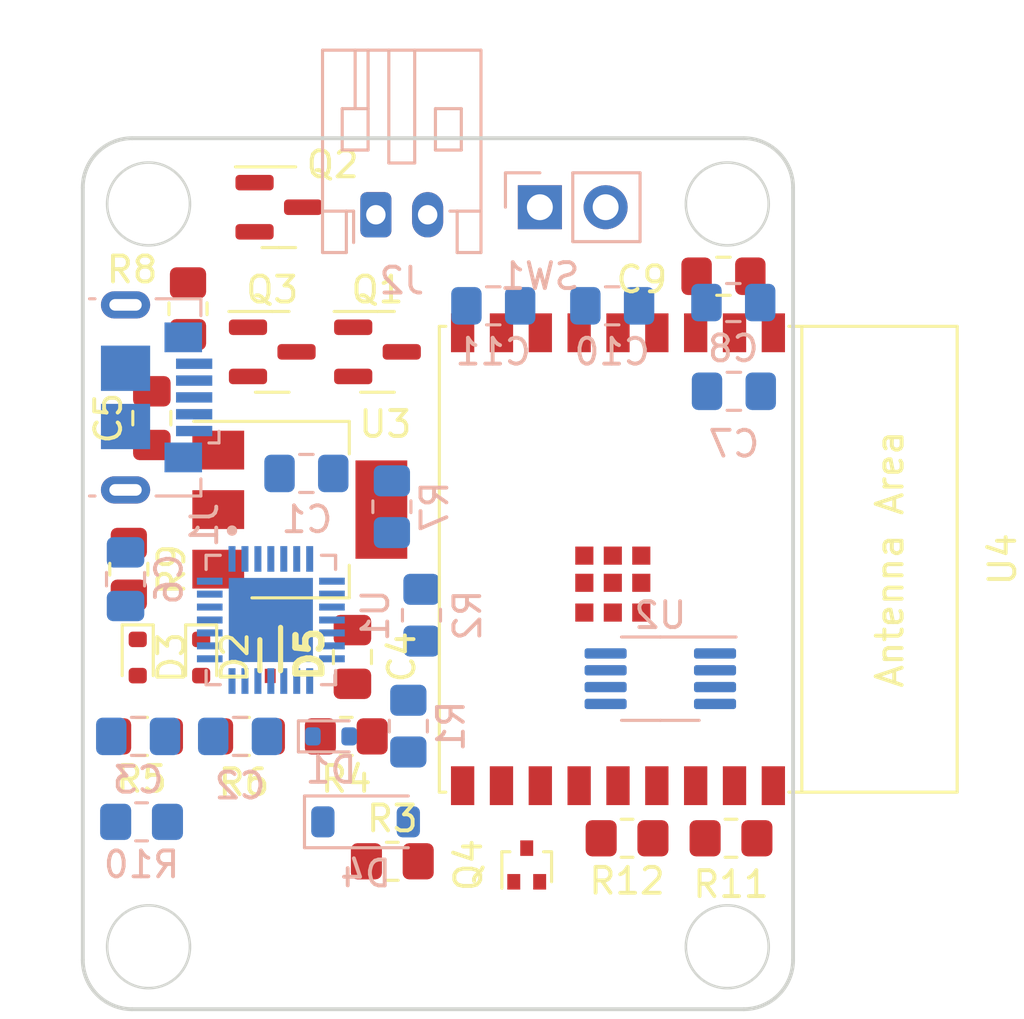
<source format=kicad_pcb>
(kicad_pcb (version 20221018) (generator pcbnew)
  (layers (0 "F.Cu" signal) (31 "B.Cu" signal) (34 "B.Paste" user) (35 "F.Paste" user) (36 "B.SilkS" user "B.Silkscreen") (37 "F.SilkS" user "F.Silkscreen") (38 "B.Mask" user) (39 "F.Mask" user) (44 "Edge.Cuts" user))
  (net 0 "")
  (net 1 "Net-(D1-A)")
  (net 2 "GND")
  (net 3 "Net-(U1-GPIO.1{slash}RXT)")
  (net 4 "Net-(U1-GPIO.0{slash}TXT)")
  (net 5 "VReg_In")
  (net 6 "Net-(U1-VDD)")
  (net 7 "+3V3")
  (net 8 "Net-(Q3-C)")
  (net 9 "Net-(D2-A)")
  (net 10 "Net-(D3-A)")
  (net 11 "+5V")
  (net 14 "VBatt")
  (net 15 "TempIC_Power")
  (net 16 "Net-(Q1-S)")
  (net 17 "Net-(Q2-B)")
  (net 18 "Net-(Q2-E)")
  (net 19 "Net-(Q2-C)")
  (net 20 "Net-(Q3-B)")
  (net 21 "Net-(Q3-E)")
  (net 22 "Net-(U1-~{RST})")
  (net 23 "Net-(U4-GPIO18{slash}USB_D-)")
  (net 24 "Net-(U4-GPIO19{slash}USB_D+)")
  (net 25 "Net-(U1-~{SUSPEND})")
  (net 26 "Net-(U4-GPIO8)")
  (net 45 "SDA")
  (net 46 "SCL")
  (footprint "Package_TO_SOT_SMD:SOT-23" (layer "F.Cu") (at 173.5605 65.405)
    (fp_text reference "Q3" (at 0 -2.4) (layer "F.SilkS"))
    (fp_text value "BC818")
    (fp_line (start 0 -1.56) (end -1.675 -1.56) (stroke (width 0.12)) (layer "F.SilkS"))
    (fp_line (start 0 -1.56) (end 0.65 -1.56) (stroke (width 0.12)) (layer "F.SilkS"))
    (fp_line (start 0 1.56) (end -0.65 1.56) (stroke (width 0.12)) (layer "F.SilkS"))
    (fp_line (start 0 1.56) (end 0.65 1.56) (stroke (width 0.12)) (layer "F.SilkS"))
    (pad "1" smd roundrect (at -0.9375 -0.95) (size 1.475 0.6) (layers "F.Cu" "F.Paste" "F.Mask") (net 20 "Net-(Q3-B)"))
    (pad "2" smd roundrect (at -0.9375 0.95) (size 1.475 0.6) (layers "F.Cu" "F.Paste" "F.Mask") (net 21 "Net-(Q3-E)"))
    (pad "3" smd roundrect (at 0.9375 0) (size 1.475 0.6) (layers "F.Cu" "F.Paste" "F.Mask") (net 8 "Net-(Q3-C)"))
  )
  (footprint "Resistor_SMD:R_0805_2012Metric_Pad1.20x1.40mm_HandSolder" (layer "F.Cu") (at 168.513 80.264 180)
    (fp_text reference "R5" (at 0 -1.65) (layer "F.SilkS"))
    (fp_text value "0")
    (fp_line (start -0.227064 -0.735) (end 0.227064 -0.735) (stroke (width 0.12)) (layer "F.SilkS"))
    (fp_line (start -0.227064 0.735) (end 0.227064 0.735) (stroke (width 0.12)) (layer "F.SilkS"))
    (pad "1" smd roundrect (at -1 0 180) (size 1.2 1.4) (layers "F.Cu" "F.Paste" "F.Mask") (roundrect_rratio 0.208333) (net 9 "Net-(D2-A)"))
    (pad "2" smd roundrect (at 1 0 180) (size 1.2 1.4) (layers "F.Cu" "F.Paste" "F.Mask") (roundrect_rratio 0.208333) (net 4 "Net-(U1-GPIO.0{slash}TXT)"))
  )
  (footprint "Resistor_SMD:R_0805_2012Metric_Pad1.20x1.40mm_HandSolder" (layer "F.Cu") (at 170.307 63.738 -90)
    (fp_text reference "R8" (at -1.508 2.159 -180) (layer "F.SilkS"))
    (fp_text value "10k")
    (fp_line (start -0.227064 -0.735) (end 0.227064 -0.735) (stroke (width 0.12)) (layer "F.SilkS"))
    (fp_line (start -0.227064 0.735) (end 0.227064 0.735) (stroke (width 0.12)) (layer "F.SilkS"))
    (pad "1" smd roundrect (at -1 0 270) (size 1.2 1.4) (layers "F.Cu" "F.Paste" "F.Mask") (roundrect_rratio 0.208333) (net 17 "Net-(Q2-B)"))
    (pad "2" smd roundrect (at 1 0 270) (size 1.2 1.4) (layers "F.Cu" "F.Paste" "F.Mask") (roundrect_rratio 0.208333) (net 21 "Net-(Q3-E)"))
  )
  (footprint "Capacitor_SMD:C_0805_2012Metric_Pad1.18x1.45mm_HandSolder" (layer "F.Cu") (at 190.9865 62.484 180)
    (fp_text reference "C9" (at 3.1535 -0.127) (layer "F.SilkS"))
    (fp_text value "1 uF")
    (fp_line (start -0.261252 -0.735) (end 0.261252 -0.735) (stroke (width 0.12)) (layer "F.SilkS"))
    (fp_line (start -0.261252 0.735) (end 0.261252 0.735) (stroke (width 0.12)) (layer "F.SilkS"))
    (pad "1" smd roundrect (at -1.0375 0 180) (size 1.175 1.45) (layers "F.Cu" "F.Paste" "F.Mask") (roundrect_rratio 0.212766) (net 8 "Net-(Q3-C)"))
    (pad "2" smd roundrect (at 1.0375 0 180) (size 1.175 1.45) (layers "F.Cu" "F.Paste" "F.Mask") (roundrect_rratio 0.212766) (net 2 "GND"))
  )
  (footprint "Resistor_SMD:R_0805_2012Metric_Pad1.20x1.40mm_HandSolder" (layer "F.Cu") (at 187.263 84.201 180)
    (fp_text reference "R12" (at 0 -1.65) (layer "F.SilkS"))
    (fp_text value "10k")
    (fp_line (start -0.227064 -0.735) (end 0.227064 -0.735) (stroke (width 0.12)) (layer "F.SilkS"))
    (fp_line (start -0.227064 0.735) (end 0.227064 0.735) (stroke (width 0.12)) (layer "F.SilkS"))
    (pad "1" smd roundrect (at -1 0 180) (size 1.2 1.4) (layers "F.Cu" "F.Paste" "F.Mask") (roundrect_rratio 0.208333) (net 26 "Net-(U4-GPIO8)"))
    (pad "2" smd roundrect (at 1 0 180) (size 1.2 1.4) (layers "F.Cu" "F.Paste" "F.Mask") (roundrect_rratio 0.208333) (net 7 "+3V3"))
  )
  (footprint "Package_TO_SOT_SMD:SOT-416" (layer "F.Cu") (at 183.388 85.232 90)
    (fp_text reference "Q4" (at 0 -2.25 90) (layer "F.SilkS"))
    (fp_text value "NTA4151PT1G")
    (fp_line (start 0.51 -0.96) (end -0.9 -0.96) (stroke (width 0.12)) (layer "F.SilkS"))
    (fp_line (start 0.51 -0.96) (end 0.51 -0.65) (stroke (width 0.12)) (layer "F.SilkS"))
    (fp_line (start 0.51 0.96) (end -0.65 0.96) (stroke (width 0.12)) (layer "F.SilkS"))
    (fp_line (start 0.51 0.96) (end 0.51 0.65) (stroke (width 0.12)) (layer "F.SilkS"))
    (pad "1" smd rect (at -0.65 -0.5 90) (size 0.6 0.5) (layers "F.Cu" "F.Paste" "F.Mask") (net 11 "+5V"))
    (pad "2" smd rect (at -0.65 0.5 90) (size 0.6 0.5) (layers "F.Cu" "F.Paste" "F.Mask") (net 5 "VReg_In"))
    (pad "3" smd rect (at 0.65 0 90) (size 0.6 0.5) (layers "F.Cu" "F.Paste" "F.Mask") (net 14 "VBatt"))
  )
  (footprint "Resistor_SMD:R_0805_2012Metric_Pad1.20x1.40mm_HandSolder" (layer "F.Cu") (at 176.419 80.264 180)
    (fp_text reference "R4" (at 0 -1.65) (layer "F.SilkS"))
    (fp_text value "0")
    (fp_line (start -0.227064 -0.735) (end 0.227064 -0.735) (stroke (width 0.12)) (layer "F.SilkS"))
    (fp_line (start -0.227064 0.735) (end 0.227064 0.735) (stroke (width 0.12)) (layer "F.SilkS"))
    (pad "1" smd roundrect (at -1 0 180) (size 1.2 1.4) (layers "F.Cu" "F.Paste" "F.Mask") (roundrect_rratio 0.208333) (net 10 "Net-(D3-A)"))
    (pad "2" smd roundrect (at 1 0 180) (size 1.2 1.4) (layers "F.Cu" "F.Paste" "F.Mask") (roundrect_rratio 0.208333) (net 3 "Net-(U1-GPIO.1{slash}RXT)"))
  )
  (footprint "Resistor_SMD:R_0805_2012Metric_Pad1.20x1.40mm_HandSolder" (layer "F.Cu") (at 191.278 84.201)
    (fp_text reference "R11" (at 0 1.778) (layer "F.SilkS"))
    (fp_text value "10k")
    (fp_line (start -0.227064 -0.735) (end 0.227064 -0.735) (stroke (width 0.12)) (layer "F.SilkS"))
    (fp_line (start -0.227064 0.735) (end 0.227064 0.735) (stroke (width 0.12)) (layer "F.SilkS"))
    (pad "1" smd roundrect (at -1 0) (size 1.2 1.4) (layers "F.Cu" "F.Paste" "F.Mask") (roundrect_rratio 0.208333) (net 7 "+3V3"))
    (pad "2" smd roundrect (at 1 0) (size 1.2 1.4) (layers "F.Cu" "F.Paste" "F.Mask") (roundrect_rratio 0.208333) (net 8 "Net-(Q3-C)"))
  )
  (footprint "Resistor_SMD:R_0805_2012Metric_Pad1.20x1.40mm_HandSolder" (layer "F.Cu") (at 168.021 73.803 90)
    (fp_text reference "R9" (at -0.016 1.651 90) (layer "F.SilkS"))
    (fp_text value "10k")
    (fp_line (start -0.227064 -0.735) (end 0.227064 -0.735) (stroke (width 0.12)) (layer "F.SilkS"))
    (fp_line (start -0.227064 0.735) (end 0.227064 0.735) (stroke (width 0.12)) (layer "F.SilkS"))
    (pad "1" smd roundrect (at -1 0 90) (size 1.2 1.4) (layers "F.Cu" "F.Paste" "F.Mask") (roundrect_rratio 0.208333) (net 18 "Net-(Q2-E)"))
    (pad "2" smd roundrect (at 1 0 90) (size 1.2 1.4) (layers "F.Cu" "F.Paste" "F.Mask") (roundrect_rratio 0.208333) (net 20 "Net-(Q3-B)"))
  )
  (footprint "Package_TO_SOT_SMD:SOT-23" (layer "F.Cu") (at 177.6245 65.405)
    (fp_text reference "Q1" (at 0 -2.4) (layer "F.SilkS"))
    (fp_text value "BS170F")
    (fp_line (start 0 -1.56) (end -1.675 -1.56) (stroke (width 0.12)) (layer "F.SilkS"))
    (fp_line (start 0 -1.56) (end 0.65 -1.56) (stroke (width 0.12)) (layer "F.SilkS"))
    (fp_line (start 0 1.56) (end -0.65 1.56) (stroke (width 0.12)) (layer "F.SilkS"))
    (fp_line (start 0 1.56) (end 0.65 1.56) (stroke (width 0.12)) (layer "F.SilkS"))
    (pad "1" smd roundrect (at -0.9375 -0.95) (size 1.475 0.6) (layers "F.Cu" "F.Paste" "F.Mask") (net 15 "TempIC_Power"))
    (pad "2" smd roundrect (at -0.9375 0.95) (size 1.475 0.6) (layers "F.Cu" "F.Paste" "F.Mask") (net 16 "Net-(Q1-S)"))
    (pad "3" smd roundrect (at 0.9375 0) (size 1.475 0.6) (layers "F.Cu" "F.Paste" "F.Mask") (net 7 "+3V3"))
  )
  (footprint "Diode_SMD:D_SOD-523" (layer "F.Cu") (at 170.815 77.216 -90)
    (fp_text reference "D2" (at 0 -1.3 90) (layer "F.SilkS"))
    (fp_text value "1N914WT")
    (fp_line (start -1.26 -0.6) (end -1.26 0.6) (stroke (width 0.12)) (layer "F.SilkS"))
    (fp_line (start 0.7 -0.6) (end -1.26 -0.6) (stroke (width 0.12)) (layer "F.SilkS"))
    (fp_line (start 0.7 0.6) (end -1.26 0.6) (stroke (width 0.12)) (layer "F.SilkS"))
    (pad "1" smd roundrect (at -0.7 0 90) (size 0.6 0.7) (layers "F.Cu" "F.Paste" "F.Mask") (net 2 "GND"))
    (pad "2" smd roundrect (at 0.7 0 90) (size 0.6 0.7) (layers "F.Cu" "F.Paste" "F.Mask") (net 9 "Net-(D2-A)"))
  )
  (footprint "Resistor_SMD:R_0805_2012Metric_Pad1.20x1.40mm_HandSolder" (layer "F.Cu") (at 172.45 80.264)
    (fp_text reference "R6" (at 0.016 1.778) (layer "F.SilkS"))
    (fp_text value "0")
    (fp_line (start -0.227064 -0.735) (end 0.227064 -0.735) (stroke (width 0.12)) (layer "F.SilkS"))
    (fp_line (start -0.227064 0.735) (end 0.227064 0.735) (stroke (width 0.12)) (layer "F.SilkS"))
    (pad "1" smd roundrect (at -1 0) (size 1.2 1.4) (layers "F.Cu" "F.Paste" "F.Mask") (roundrect_rratio 0.208333) (net 9 "Net-(D2-A)"))
    (pad "2" smd roundrect (at 1 0) (size 1.2 1.4) (layers "F.Cu" "F.Paste" "F.Mask") (roundrect_rratio 0.208333) (net 24 "Net-(U4-GPIO19{slash}USB_D+)"))
  )
  (footprint "Capacitor_SMD:C_0805_2012Metric_Pad1.18x1.45mm_HandSolder" (layer "F.Cu") (at 176.657 77.1945 90)
    (fp_text reference "C4" (at 0 1.905 90) (layer "F.SilkS"))
    (fp_text value "10 uF")
    (fp_line (start -0.261252 -0.735) (end 0.261252 -0.735) (stroke (width 0.12)) (layer "F.SilkS"))
    (fp_line (start -0.261252 0.735) (end 0.261252 0.735) (stroke (width 0.12)) (layer "F.SilkS"))
    (pad "1" smd roundrect (at -1.0375 0 90) (size 1.175 1.45) (layers "F.Cu" "F.Paste" "F.Mask") (roundrect_rratio 0.212766) (net 5 "VReg_In"))
    (pad "2" smd roundrect (at 1.0375 0 90) (size 1.175 1.45) (layers "F.Cu" "F.Paste" "F.Mask") (roundrect_rratio 0.212766) (net 2 "GND"))
  )
  (footprint "Capacitor_SMD:C_0805_2012Metric_Pad1.18x1.45mm_HandSolder" (layer "F.Cu") (at 168.91 67.9665 90)
    (fp_text reference "C5" (at 0 -1.68 90) (layer "F.SilkS"))
    (fp_text value "0.1 uF")
    (fp_line (start -0.261252 -0.735) (end 0.261252 -0.735) (stroke (width 0.12)) (layer "F.SilkS"))
    (fp_line (start -0.261252 0.735) (end 0.261252 0.735) (stroke (width 0.12)) (layer "F.SilkS"))
    (pad "1" smd roundrect (at -1.0375 0 90) (size 1.175 1.45) (layers "F.Cu" "F.Paste" "F.Mask") (roundrect_rratio 0.212766) (net 5 "VReg_In"))
    (pad "2" smd roundrect (at 1.0375 0 90) (size 1.175 1.45) (layers "F.Cu" "F.Paste" "F.Mask") (roundrect_rratio 0.212766) (net 2 "GND"))
  )
  (footprint "espressif kicad-libraries main footprints-Espressif:ESP32-C3-WROOM-02" (layer "F.Cu") (at 187.013 73.419 -90)
    (fp_text reference "U4" (at 0 -14.75 90) (layer "F.SilkS"))
    (fp_text value "ESP32-C3-WROOM-02")
    (fp_text user "Antenna Area" (at 0 -10.4 90) (layer "F.SilkS"))
    (fp_line (start -9 -13) (end -9 -6.5) (stroke (width 0.12)) (layer "F.SilkS"))
    (fp_line (start -9 -13) (end 9 -13) (stroke (width 0.12)) (layer "F.SilkS"))
    (fp_line (start -9 7) (end -9 6.75) (stroke (width 0.12)) (layer "F.SilkS"))
    (fp_line (start 9 -13) (end 9 -6.5) (stroke (width 0.12)) (layer "F.SilkS"))
    (fp_line (start 9 -7) (end -8.95 -7) (stroke (width 0.12)) (layer "F.SilkS"))
    (fp_line (start 9 6.75) (end 9 7) (stroke (width 0.12)) (layer "F.SilkS"))
    (fp_line (start 9 7) (end -9 7) (stroke (width 0.12)) (layer "F.SilkS"))
    (pad "1" smd rect (at -8.75 -5.9 270) (size 1.5 0.9) (layers "F.Cu" "F.Paste" "F.Mask") (net 7 "+3V3"))
    (pad "2" smd rect (at -8.75 -4.4 270) (size 1.5 0.9) (layers "F.Cu" "F.Paste" "F.Mask") (net 8 "Net-(Q3-C)"))
    (pad "3" smd rect (at -8.75 -2.9 270) (size 1.5 0.9) (layers "F.Cu" "F.Paste" "F.Mask") (net 15 "TempIC_Power"))
    (pad "4" smd rect (at -8.75 -1.4 270) (size 1.5 0.9) (layers "F.Cu" "F.Paste" "F.Mask"))
    (pad "5" smd rect (at -8.75 0.1 270) (size 1.5 0.9) (layers "F.Cu" "F.Paste" "F.Mask"))
    (pad "6" smd rect (at -8.75 1.6 270) (size 1.5 0.9) (layers "F.Cu" "F.Paste" "F.Mask"))
    (pad "7" smd rect (at -8.75 3.1 270) (size 1.5 0.9) (layers "F.Cu" "F.Paste" "F.Mask") (net 26 "Net-(U4-GPIO8)"))
    (pad "8" smd rect (at -8.75 4.6 270) (size 1.5 0.9) (layers "F.Cu" "F.Paste" "F.Mask") (net 19 "Net-(Q2-C)"))
    (pad "9" smd rect (at -8.75 6.1 270) (size 1.5 0.9) (layers "F.Cu" "F.Paste" "F.Mask") (net 2 "GND"))
    (pad "10" smd rect (at 8.75 6.1 90) (size 1.5 0.9) (layers "F.Cu" "F.Paste" "F.Mask"))
    (pad "11" smd rect (at 8.75 4.6 90) (size 1.5 0.9) (layers "F.Cu" "F.Paste" "F.Mask"))
    (pad "12" smd rect (at 8.75 3.1 90) (size 1.5 0.9) (layers "F.Cu" "F.Paste" "F.Mask"))
    (pad "13" smd rect (at 8.75 1.6 90) (size 1.5 0.9) (layers "F.Cu" "F.Paste" "F.Mask") (net 23 "Net-(U4-GPIO18{slash}USB_D-)"))
    (pad "14" smd rect (at 8.75 0.1 90) (size 1.5 0.9) (layers "F.Cu" "F.Paste" "F.Mask") (net 24 "Net-(U4-GPIO19{slash}USB_D+)"))
    (pad "15" smd rect (at 8.75 -1.4 90) (size 1.5 0.9) (layers "F.Cu" "F.Paste" "F.Mask") (net 46 "SCL"))
    (pad "16" smd rect (at 8.75 -2.9 90) (size 1.5 0.9) (layers "F.Cu" "F.Paste" "F.Mask") (net 45 "SDA"))
    (pad "17" smd rect (at 8.75 -4.4 90) (size 1.5 0.9) (layers "F.Cu" "F.Paste" "F.Mask"))
    (pad "18" smd rect (at 8.75 -5.9 90) (size 1.5 0.9) (layers "F.Cu" "F.Paste" "F.Mask"))
    (pad "19" smd rect (at -0.14 -0.8 90) (size 0.7 0.7) (layers "F.Cu" "F.Paste" "F.Mask") (net 2 "GND"))
    (pad "19" smd rect (at -0.14 0.3 90) (size 0.7 0.7) (layers "F.Cu" "F.Paste" "F.Mask") (net 2 "GND"))
    (pad "19" smd rect (at -0.14 1.4 90) (size 0.7 0.7) (layers "F.Cu" "F.Paste" "F.Mask") (net 2 "GND"))
    (pad "19" smd rect (at 0.91 -0.8 90) (size 0.7 0.7) (layers "F.Cu" "F.Paste" "F.Mask") (net 2 "GND"))
    (pad "19" smd rect (at 0.91 0.3 90) (size 0.7 0.7) (layers "F.Cu" "F.Paste" "F.Mask") (net 2 "GND"))
    (pad "19" smd rect (at 0.91 1.4 90) (size 0.7 0.7) (layers "F.Cu" "F.Paste" "F.Mask") (net 2 "GND"))
    (pad "19" smd rect (at 2.06 -0.8 90) (size 0.7 0.7) (layers "F.Cu" "F.Paste" "F.Mask") (net 2 "GND"))
    (pad "19" smd rect (at 2.06 0.3 90) (size 0.7 0.7) (layers "F.Cu" "F.Paste" "F.Mask") (net 2 "GND"))
    (pad "19" smd rect (at 2.06 1.4 90) (size 0.7 0.7) (layers "F.Cu" "F.Paste" "F.Mask") (net 2 "GND"))
  )
  (footprint "KiCad:SODFL1608X59N" (layer "F.Cu") (at 173.482 77.127 -90)
    (fp_text reference "D5" (at -0.038 -1.524 90) (layer "F.SilkS") (effects (font (thickness 0.254))))
    (fp_text value "BAS_52-02V_H6327" hide)
    (fp_line (start -1.075 -0.4) (end 0.6 -0.4) (stroke (width 0.2)) (layer "F.SilkS"))
    (fp_line (start -0.6 0.4) (end 0.6 0.4) (stroke (width 0.2)) (layer "F.SilkS"))
    (pad "1" smd rect (at -0.8 0) (size 0.42 0.55) (layers "F.Cu" "F.Paste" "F.Mask") (net 5 "VReg_In"))
    (pad "2" smd rect (at 0.8 0) (size 0.42 0.55) (layers "F.Cu" "F.Paste" "F.Mask") (net 11 "+5V"))
  )
  (footprint "Diode_SMD:D_SOD-523" (layer "F.Cu") (at 168.365 77.216 -90)
    (fp_text reference "D3" (at 0 -1.3 90) (layer "F.SilkS"))
    (fp_text value "1N914WT")
    (fp_line (start -1.26 -0.6) (end -1.26 0.6) (stroke (width 0.12)) (layer "F.SilkS"))
    (fp_line (start 0.7 -0.6) (end -1.26 -0.6) (stroke (width 0.12)) (layer "F.SilkS"))
    (fp_line (start 0.7 0.6) (end -1.26 0.6) (stroke (width 0.12)) (layer "F.SilkS"))
    (pad "1" smd roundrect (at -0.7 0 90) (size 0.6 0.7) (layers "F.Cu" "F.Paste" "F.Mask") (net 2 "GND"))
    (pad "2" smd roundrect (at 0.7 0 90) (size 0.6 0.7) (layers "F.Cu" "F.Paste" "F.Mask") (net 10 "Net-(D3-A)"))
  )
  (footprint "Package_TO_SOT_SMD:SOT-223-3_TabPin2" (layer "F.Cu") (at 174.625 71.501)
    (fp_text reference "U3" (at 3.302 -3.302) (layer "F.SilkS"))
    (fp_text value "LD1117S33TR_SOT223")
    (fp_line (start -4.1 -3.41) (end 1.91 -3.41) (stroke (width 0.12)) (layer "F.SilkS"))
    (fp_line (start -1.85 3.41) (end 1.91 3.41) (stroke (width 0.12)) (layer "F.SilkS"))
    (fp_line (start 1.91 -3.41) (end 1.91 -2.15) (stroke (width 0.12)) (layer "F.SilkS"))
    (fp_line (start 1.91 3.41) (end 1.91 2.15) (stroke (width 0.12)) (layer "F.SilkS"))
    (pad "1" smd rect (at -3.15 -2.3) (size 2 1.5) (layers "F.Cu" "F.Paste" "F.Mask") (net 2 "GND"))
    (pad "2" smd rect (at -3.15 0) (size 2 1.5) (layers "F.Cu" "F.Paste" "F.Mask") (net 7 "+3V3"))
    (pad "2" smd rect (at 3.15 0) (size 2 3.8) (layers "F.Cu" "F.Paste" "F.Mask") (net 7 "+3V3"))
    (pad "3" smd rect (at -3.15 2.3) (size 2 1.5) (layers "F.Cu" "F.Paste" "F.Mask") (net 5 "VReg_In"))
  )
  (footprint "Package_TO_SOT_SMD:SOT-23" (layer "F.Cu") (at 173.8145 59.817)
    (fp_text reference "Q2" (at 2.0805 -1.651) (layer "F.SilkS"))
    (fp_text value "BC818")
    (fp_line (start 0 -1.56) (end -1.675 -1.56) (stroke (width 0.12)) (layer "F.SilkS"))
    (fp_line (start 0 -1.56) (end 0.65 -1.56) (stroke (width 0.12)) (layer "F.SilkS"))
    (fp_line (start 0 1.56) (end -0.65 1.56) (stroke (width 0.12)) (layer "F.SilkS"))
    (fp_line (start 0 1.56) (end 0.65 1.56) (stroke (width 0.12)) (layer "F.SilkS"))
    (pad "1" smd roundrect (at -0.9375 -0.95) (size 1.475 0.6) (layers "F.Cu" "F.Paste" "F.Mask") (net 17 "Net-(Q2-B)"))
    (pad "2" smd roundrect (at -0.9375 0.95) (size 1.475 0.6) (layers "F.Cu" "F.Paste" "F.Mask") (net 18 "Net-(Q2-E)"))
    (pad "3" smd roundrect (at 0.9375 0) (size 1.475 0.6) (layers "F.Cu" "F.Paste" "F.Mask") (net 19 "Net-(Q2-C)"))
  )
  (footprint "Resistor_SMD:R_0805_2012Metric_Pad1.20x1.40mm_HandSolder" (layer "F.Cu") (at 178.197 85.09)
    (fp_text reference "R3" (at 0 -1.65) (layer "F.SilkS"))
    (fp_text value "0")
    (fp_line (start -0.227064 -0.735) (end 0.227064 -0.735) (stroke (width 0.12)) (layer "F.SilkS"))
    (fp_line (start -0.227064 0.735) (end 0.227064 0.735) (stroke (width 0.12)) (layer "F.SilkS"))
    (pad "1" smd roundrect (at -1 0) (size 1.2 1.4) (layers "F.Cu" "F.Paste" "F.Mask") (roundrect_rratio 0.208333) (net 10 "Net-(D3-A)"))
    (pad "2" smd roundrect (at 1 0) (size 1.2 1.4) (layers "F.Cu" "F.Paste" "F.Mask") (roundrect_rratio 0.208333) (net 23 "Net-(U4-GPIO18{slash}USB_D-)"))
  )
  (footprint "Resistor_SMD:R_0805_2012Metric_Pad1.20x1.40mm_HandSolder" (layer "B.Cu") (at 168.513 83.566)
    (fp_text reference "R10" (at 0 1.65) (layer "B.SilkS") (effects (justify mirror)))
    (fp_text value "5.1k")
    (fp_line (start -0.227064 -0.735) (end 0.227064 -0.735) (stroke (width 0.12)) (layer "B.SilkS"))
    (fp_line (start -0.227064 0.735) (end 0.227064 0.735) (stroke (width 0.12)) (layer "B.SilkS"))
    (pad "1" smd roundrect (at -1 0) (size 1.2 1.4) (layers "B.Cu" "B.Paste" "B.Mask") (roundrect_rratio 0.208333) (net 2 "GND"))
    (pad "2" smd roundrect (at 1 0) (size 1.2 1.4) (layers "B.Cu" "B.Paste" "B.Mask") (roundrect_rratio 0.208333) (net 11 "+5V"))
  )
  (footprint "Resistor_SMD:R_0805_2012Metric_Pad1.20x1.40mm_HandSolder" (layer "B.Cu") (at 178.181 71.39 90)
    (fp_text reference "R7" (at 0 1.65 90) (layer "B.SilkS") (effects (justify mirror)))
    (fp_text value "10k")
    (fp_line (start -0.227064 -0.735) (end 0.227064 -0.735) (stroke (width 0.12)) (layer "B.SilkS"))
    (fp_line (start -0.227064 0.735) (end 0.227064 0.735) (stroke (width 0.12)) (layer "B.SilkS"))
    (pad "1" smd roundrect (at -1 0 90) (size 1.2 1.4) (layers "B.Cu" "B.Paste" "B.Mask") (roundrect_rratio 0.208333) (net 25 "Net-(U1-~{SUSPEND})"))
    (pad "2" smd roundrect (at 1 0 90) (size 1.2 1.4) (layers "B.Cu" "B.Paste" "B.Mask") (roundrect_rratio 0.208333) (net 2 "GND"))
  )
  (footprint "Capacitor_SMD:C_0805_2012Metric_Pad1.18x1.45mm_HandSolder" (layer "B.Cu") (at 191.3675 63.5 180)
    (fp_text reference "C8" (at 0 -1.778) (layer "B.SilkS") (effects (justify mirror)))
    (fp_text value "0.1 uF")
    (fp_line (start -0.261252 -0.735) (end 0.261252 -0.735) (stroke (width 0.12)) (layer "B.SilkS"))
    (fp_line (start -0.261252 0.735) (end 0.261252 0.735) (stroke (width 0.12)) (layer "B.SilkS"))
    (pad "1" smd roundrect (at -1.0375 0 180) (size 1.175 1.45) (layers "B.Cu" "B.Paste" "B.Mask") (roundrect_rratio 0.212766) (net 7 "+3V3"))
    (pad "2" smd roundrect (at 1.0375 0 180) (size 1.175 1.45) (layers "B.Cu" "B.Paste" "B.Mask") (roundrect_rratio 0.212766) (net 2 "GND"))
  )
  (footprint "Resistor_SMD:R_0805_2012Metric_Pad1.20x1.40mm_HandSolder" (layer "B.Cu") (at 178.816 79.867 90)
    (fp_text reference "R1" (at 0 1.65 90) (layer "B.SilkS") (effects (justify mirror)))
    (fp_text value "47.5k")
    (fp_line (start -0.227064 -0.735) (end 0.227064 -0.735) (stroke (width 0.12)) (layer "B.SilkS"))
    (fp_line (start -0.227064 0.735) (end 0.227064 0.735) (stroke (width 0.12)) (layer "B.SilkS"))
    (pad "1" smd roundrect (at -1 0 90) (size 1.2 1.4) (layers "B.Cu" "B.Paste" "B.Mask") (roundrect_rratio 0.208333) (net 1 "Net-(D1-A)"))
    (pad "2" smd roundrect (at 1 0 90) (size 1.2 1.4) (layers "B.Cu" "B.Paste" "B.Mask") (roundrect_rratio 0.208333) (net 2 "GND"))
  )
  (footprint "Capacitor_SMD:C_0805_2012Metric_Pad1.18x1.45mm_HandSolder" (layer "B.Cu") (at 186.69 63.627 180)
    (fp_text reference "C10" (at 0 -1.778 -360) (layer "B.SilkS") (effects (justify mirror)))
    (fp_text value "10 uF")
    (fp_line (start -0.261252 -0.735) (end 0.261252 -0.735) (stroke (width 0.12)) (layer "B.SilkS"))
    (fp_line (start -0.261252 0.735) (end 0.261252 0.735) (stroke (width 0.12)) (layer "B.SilkS"))
    (pad "1" smd roundrect (at -1.0375 0 180) (size 1.175 1.45) (layers "B.Cu" "B.Paste" "B.Mask") (roundrect_rratio 0.212766) (net 2 "GND"))
    (pad "2" smd roundrect (at 1.0375 0 180) (size 1.175 1.45) (layers "B.Cu" "B.Paste" "B.Mask") (roundrect_rratio 0.212766) (net 7 "+3V3"))
  )
  (footprint "Connector_JST:JST_PH_S2B-PH-K_1x02_P2.00mm_Horizontal" (layer "B.Cu") (at 177.562 60.108)
    (fp_text reference "J2" (at 1 2.55) (layer "B.SilkS") (effects (justify mirror)))
    (fp_text value "Battery_Connector")
    (fp_line (start -2.06 -6.36) (end 4.06 -6.36) (stroke (width 0.12)) (layer "B.SilkS"))
    (fp_line (start -2.06 -0.14) (end -1.14 -0.14) (stroke (width 0.12)) (layer "B.SilkS"))
    (fp_line (start -2.06 1.46) (end -2.06 -6.36) (stroke (width 0.12)) (layer "B.SilkS"))
    (fp_line (start -1.3 -4.1) (end -0.3 -4.1) (stroke (width 0.12)) (layer "B.SilkS"))
    (fp_line (start -1.3 -2.5) (end -1.3 -4.1) (stroke (width 0.12)) (layer "B.SilkS"))
    (fp_line (start -1.14 -0.14) (end -1.14 1.46) (stroke (width 0.12)) (layer "B.SilkS"))
    (fp_line (start -1.14 1.46) (end -2.06 1.46) (stroke (width 0.12)) (layer "B.SilkS"))
    (fp_line (start -0.86 -0.14) (end -1.14 -0.14) (stroke (width 0.12)) (layer "B.SilkS"))
    (fp_line (start -0.86 -0.14) (end -0.86 1.075) (stroke (width 0.12)) (layer "B.SilkS"))
    (fp_line (start -0.8 -4.1) (end -0.8 -6.36) (stroke (width 0.12)) (layer "B.SilkS"))
    (fp_line (start -0.3 -4.1) (end -0.3 -6.36) (stroke (width 0.12)) (layer "B.SilkS"))
    (fp_line (start -0.3 -4.1) (end -0.3 -2.5) (stroke (width 0.12)) (layer "B.SilkS"))
    (fp_line (start -0.3 -2.5) (end -1.3 -2.5) (stroke (width 0.12)) (layer "B.SilkS"))
    (fp_line (start 0.5 -6.36) (end 0.5 -2) (stroke (width 0.12)) (layer "B.SilkS"))
    (fp_line (start 0.5 -2) (end 1.5 -2) (stroke (width 0.12)) (layer "B.SilkS"))
    (fp_line (start 1.5 -2) (end 1.5 -6.36) (stroke (width 0.12)) (layer "B.SilkS"))
    (fp_line (start 2.3 -4.1) (end 2.3 -2.5) (stroke (width 0.12)) (layer "B.SilkS"))
    (fp_line (start 2.3 -2.5) (end 3.3 -2.5) (stroke (width 0.12)) (layer "B.SilkS"))
    (fp_line (start 3.14 -0.14) (end 2.86 -0.14) (stroke (width 0.12)) (layer "B.SilkS"))
    (fp_line (start 3.14 1.46) (end 3.14 -0.14) (stroke (width 0.12)) (layer "B.SilkS"))
    (fp_line (start 3.3 -4.1) (end 2.3 -4.1) (stroke (width 0.12)) (layer "B.SilkS"))
    (fp_line (start 3.3 -2.5) (end 3.3 -4.1) (stroke (width 0.12)) (layer "B.SilkS"))
    (fp_line (start 4.06 -6.36) (end 4.06 1.46) (stroke (width 0.12)) (layer "B.SilkS"))
    (fp_line (start 4.06 -0.14) (end 3.14 -0.14) (stroke (width 0.12)) (layer "B.SilkS"))
    (fp_line (start 4.06 1.46) (end 3.14 1.46) (stroke (width 0.12)) (layer "B.SilkS"))
    (pad "1" thru_hole roundrect (at 0 0) (size 1.2 1.75) (drill 0.75) (layers "*.Cu" "*.Mask") (roundrect_rratio 0.208333) (net 2 "GND"))
    (pad "2" thru_hole oval (at 2 0) (size 1.2 1.75) (drill 0.75) (layers "*.Cu" "*.Mask") (net 14 "VBatt"))
  )
  (footprint "Capacitor_SMD:C_0805_2012Metric_Pad1.18x1.45mm_HandSolder" (layer "B.Cu") (at 174.879 70.104 180)
    (fp_text reference "C1" (at -0.0215 -1.778) (layer "B.SilkS") (effects (justify mirror)))
    (fp_text value "1 uF")
    (fp_line (start -0.261252 -0.735) (end 0.261252 -0.735) (stroke (width 0.12)) (layer "B.SilkS"))
    (fp_line (start -0.261252 0.735) (end 0.261252 0.735) (stroke (width 0.12)) (layer "B.SilkS"))
    (pad "1" smd roundrect (at -1.0375 0 180) (size 1.175 1.45) (layers "B.Cu" "B.Paste" "B.Mask") (roundrect_rratio 0.212766) (net 1 "Net-(D1-A)"))
    (pad "2" smd roundrect (at 1.0375 0 180) (size 1.175 1.45) (layers "B.Cu" "B.Paste" "B.Mask") (roundrect_rratio 0.212766) (net 2 "GND"))
  )
  (footprint "Capacitor_SMD:C_0805_2012Metric_Pad1.18x1.45mm_HandSolder" (layer "B.Cu") (at 172.3175 80.264 180)
    (fp_text reference "C2" (at 0 -1.905 -360) (layer "B.SilkS") (effects (justify mirror)))
    (fp_text value "22 pF")
    (fp_line (start -0.261252 -0.735) (end 0.261252 -0.735) (stroke (width 0.12)) (layer "B.SilkS"))
    (fp_line (start -0.261252 0.735) (end 0.261252 0.735) (stroke (width 0.12)) (layer "B.SilkS"))
    (pad "1" smd roundrect (at -1.0375 0 180) (size 1.175 1.45) (layers "B.Cu" "B.Paste" "B.Mask") (roundrect_rratio 0.212766) (net 3 "Net-(U1-GPIO.1{slash}RXT)"))
    (pad "2" smd roundrect (at 1.0375 0 180) (size 1.175 1.45) (layers "B.Cu" "B.Paste" "B.Mask") (roundrect_rratio 0.212766) (net 2 "GND"))
  )
  (footprint "Resistor_SMD:R_0805_2012Metric_Pad1.20x1.40mm_HandSolder" (layer "B.Cu") (at 179.324 75.581 -90)
    (fp_text reference "R2" (at 0 -1.778 90) (layer "B.SilkS") (effects (justify mirror)))
    (fp_text value "1k")
    (fp_line (start -0.227064 -0.735) (end 0.227064 -0.735) (stroke (width 0.12)) (layer "B.SilkS"))
    (fp_line (start -0.227064 0.735) (end 0.227064 0.735) (stroke (width 0.12)) (layer "B.SilkS"))
    (pad "1" smd roundrect (at -1 0 270) (size 1.2 1.4) (layers "B.Cu" "B.Paste" "B.Mask") (roundrect_rratio 0.208333) (net 6 "Net-(U1-VDD)"))
    (pad "2" smd roundrect (at 1 0 270) (size 1.2 1.4) (layers "B.Cu" "B.Paste" "B.Mask") (roundrect_rratio 0.208333) (net 22 "Net-(U1-~{RST})"))
  )
  (footprint "CP2102N_A02_GQFN28:QFN50P500X500X80-29N" (layer "B.Cu") (at 173.506 75.766 -90)
    (fp_text reference "U1" (at -0.18 -4.04 90) (layer "B.SilkS") (effects (justify mirror)))
    (fp_text value "CP2102N-A02-GQFN28")
    (fp_line (start -2.5 -2.5) (end -2.5 -1.955) (stroke (width 0.127)) (layer "B.SilkS"))
    (fp_line (start -2.5 1.955) (end -2.5 2.5) (stroke (width 0.127)) (layer "B.SilkS"))
    (fp_line (start -2.5 2.5) (end -1.955 2.5) (stroke (width 0.127)) (layer "B.SilkS"))
    (fp_line (start -1.955 -2.5) (end -2.5 -2.5) (stroke (width 0.127)) (layer "B.SilkS"))
    (fp_line (start 1.955 2.5) (end 2.5 2.5) (stroke (width 0.127)) (layer "B.SilkS"))
    (fp_line (start 2.5 -2.5) (end 1.955 -2.5) (stroke (width 0.127)) (layer "B.SilkS"))
    (fp_line (start 2.5 -2.5) (end 2.5 -1.955) (stroke (width 0.127)) (layer "B.SilkS"))
    (fp_line (start 2.5 2.5) (end 2.5 1.955) (stroke (width 0.127)) (layer "B.SilkS"))
    (fp_circle (center -3.455 1.5) (end -3.355 1.5) (stroke (width 0.2)) (fill none) (layer "B.SilkS"))
    (pad "1" smd rect (at -2.36 1.5 270) (size 0.99 0.27) (layers "B.Cu" "B.Paste" "B.Mask"))
    (pad "2" smd rect (at -2.36 1 270) (size 0.99 0.27) (layers "B.Cu" "B.Paste" "B.Mask"))
    (pad "3" smd rect (at -2.36 0.5 270) (size 0.99 0.27) (layers "B.Cu" "B.Paste" "B.Mask") (net 2 "GND"))
    (pad "4" smd rect (at -2.36 0 270) (size 0.99 0.27) (layers "B.Cu" "B.Paste" "B.Mask"))
    (pad "5" smd rect (at -2.36 -0.5 270) (size 0.99 0.27) (layers "B.Cu" "B.Paste" "B.Mask"))
    (pad "6" smd rect (at -2.36 -1 270) (size 0.99 0.27) (layers "B.Cu" "B.Paste" "B.Mask") (net 6 "Net-(U1-VDD)"))
    (pad "7" smd rect (at -2.36 -1.5 270) (size 0.99 0.27) (layers "B.Cu" "B.Paste" "B.Mask") (net 6 "Net-(U1-VDD)"))
    (pad "8" smd rect (at -1.5 -2.36 270) (size 0.27 0.99) (layers "B.Cu" "B.Paste" "B.Mask") (net 1 "Net-(D1-A)"))
    (pad "9" smd rect (at -1 -2.36 270) (size 0.27 0.99) (layers "B.Cu" "B.Paste" "B.Mask") (net 22 "Net-(U1-~{RST})"))
    (pad "10" smd rect (at -0.5 -2.36 270) (size 0.27 0.99) (layers "B.Cu" "B.Paste" "B.Mask"))
    (pad "11" smd rect (at 0 -2.36 270) (size 0.27 0.99) (layers "B.Cu" "B.Paste" "B.Mask") (net 25 "Net-(U1-~{SUSPEND})"))
    (pad "12" smd rect (at 0.5 -2.36 270) (size 0.27 0.99) (layers "B.Cu" "B.Paste" "B.Mask"))
    (pad "13" smd rect (at 1 -2.36 270) (size 0.27 0.99) (layers "B.Cu" "B.Paste" "B.Mask"))
    (pad "14" smd rect (at 1.5 -2.36 270) (size 0.27 0.99) (layers "B.Cu" "B.Paste" "B.Mask"))
    (pad "15" smd rect (at 2.36 -1.5 270) (size 0.99 0.27) (layers "B.Cu" "B.Paste" "B.Mask"))
    (pad "16" smd rect (at 2.36 -1 270) (size 0.99 0.27) (layers "B.Cu" "B.Paste" "B.Mask"))
    (pad "17" smd rect (at 2.36 -0.5 270) (size 0.99 0.27) (layers "B.Cu" "B.Paste" "B.Mask"))
    (pad "18" smd rect (at 2.36 0 270) (size 0.99 0.27) (layers "B.Cu" "B.Paste" "B.Mask") (net 3 "Net-(U1-GPIO.1{slash}RXT)"))
    (pad "19" smd rect (at 2.36 0.5 270) (size 0.99 0.27) (layers "B.Cu" "B.Paste" "B.Mask") (net 4 "Net-(U1-GPIO.0{slash}TXT)"))
    (pad "20" smd rect (at 2.36 1 270) (size 0.99 0.27) (layers "B.Cu" "B.Paste" "B.Mask"))
    (pad "21" smd rect (at 2.36 1.5 270) (size 0.99 0.27) (layers "B.Cu" "B.Paste" "B.Mask"))
    (pad "22" smd rect (at 1.5 2.36 270) (size 0.27 0.99) (layers "B.Cu" "B.Paste" "B.Mask"))
    (pad "23" smd rect (at 1 2.36 270) (size 0.27 0.99) (layers "B.Cu" "B.Paste" "B.Mask"))
    (pad "24" smd rect (at 0.5 2.36 270) (size 0.27 0.99) (layers "B.Cu" "B.Paste" "B.Mask") (net 21 "Net-(Q3-E)"))
    (pad "25" smd rect (at 0 2.36 270) (size 0.27 0.99) (layers "B.Cu" "B.Paste" "B.Mask"))
    (pad "26" smd rect (at -0.5 2.36 270) (size 0.27 0.99) (layers "B.Cu" "B.Paste" "B.Mask"))
    (pad "27" smd rect (at -1 2.36 270) (size 0.27 0.99) (layers "B.Cu" "B.Paste" "B.Mask"))
    (pad "28" smd rect (at -1.5 2.36 270) (size 0.27 0.99) (layers "B.Cu" "B.Paste" "B.Mask") (net 18 "Net-(Q2-E)"))
    (pad "29" smd rect (at 0 0 270) (size 3.25 3.25) (layers "B.Cu" "B.Mask") (net 2 "GND"))
  )
  (footprint "Diode_SMD:D_SOD-523" (layer "B.Cu") (at 175.83 80.264)
    (fp_text reference "D1" (at 0 1.3) (layer "B.SilkS") (effects (justify mirror)))
    (fp_text value "1N914WT")
    (fp_line (start -1.26 0.6) (end -1.26 -0.6) (stroke (width 0.12)) (layer "B.SilkS"))
    (fp_line (start 0.7 -0.6) (end -1.26 -0.6) (stroke (width 0.12)) (layer "B.SilkS"))
    (fp_line (start 0.7 0.6) (end -1.26 0.6) (stroke (width 0.12)) (layer "B.SilkS"))
    (pad "1" smd roundrect (at -0.7 0 180) (size 0.6 0.7) (layers "B.Cu" "B.Paste" "B.Mask") (net 2 "GND"))
    (pad "2" smd roundrect (at 0.7 0 180) (size 0.6 0.7) (layers "B.Cu" "B.Paste" "B.Mask") (net 1 "Net-(D1-A)"))
  )
  (footprint "Capacitor_SMD:C_0805_2012Metric_Pad1.18x1.45mm_HandSolder" (layer "B.Cu") (at 167.894 74.1895 90)
    (fp_text reference "C6" (at 0 1.68 90) (layer "B.SilkS") (effects (justify mirror)))
    (fp_text value "10 uF")
    (fp_line (start -0.261252 -0.735) (end 0.261252 -0.735) (stroke (width 0.12)) (layer "B.SilkS"))
    (fp_line (start -0.261252 0.735) (end 0.261252 0.735) (stroke (width 0.12)) (layer "B.SilkS"))
    (pad "1" smd roundrect (at -1.0375 0 90) (size 1.175 1.45) (layers "B.Cu" "B.Paste" "B.Mask") (roundrect_rratio 0.212766) (net 6 "Net-(U1-VDD)"))
    (pad "2" smd roundrect (at 1.0375 0 90) (size 1.175 1.45) (layers "B.Cu" "B.Paste" "B.Mask") (roundrect_rratio 0.212766) (net 2 "GND"))
  )
  (footprint "Capacitor_SMD:C_0805_2012Metric_Pad1.18x1.45mm_HandSolder" (layer "B.Cu") (at 191.389 66.929 180)
    (fp_text reference "C7" (at 0 -2.032) (layer "B.SilkS") (effects (justify mirror)))
    (fp_text value "10 uF")
    (fp_line (start -0.261252 -0.735) (end 0.261252 -0.735) (stroke (width 0.12)) (layer "B.SilkS"))
    (fp_line (start -0.261252 0.735) (end 0.261252 0.735) (stroke (width 0.12)) (layer "B.SilkS"))
    (pad "1" smd roundrect (at -1.0375 0 180) (size 1.175 1.45) (layers "B.Cu" "B.Paste" "B.Mask") (roundrect_rratio 0.212766) (net 7 "+3V3"))
    (pad "2" smd roundrect (at 1.0375 0 180) (size 1.175 1.45) (layers "B.Cu" "B.Paste" "B.Mask") (roundrect_rratio 0.212766) (net 2 "GND"))
  )
  (footprint "Connector_PinHeader_2.54mm:PinHeader_1x02_P2.54mm_Vertical" (layer "B.Cu") (at 183.896 59.817 -90)
    (fp_text reference "SW1" (at 2.667 0 -180) (layer "B.SilkS") (effects (justify mirror)))
    (fp_text value "SW_DIP_x01")
    (fp_line (start -1.33 -3.87) (end 1.33 -3.87) (stroke (width 0.12)) (layer "B.SilkS"))
    (fp_line (start -1.33 -1.27) (end -1.33 -3.87) (stroke (width 0.12)) (layer "B.SilkS"))
    (fp_line (start -1.33 -1.27) (end 1.33 -1.27) (stroke (width 0.12)) (layer "B.SilkS"))
    (fp_line (start -1.33 0) (end -1.33 1.33) (stroke (width 0.12)) (layer "B.SilkS"))
    (fp_line (start -1.33 1.33) (end 0 1.33) (stroke (width 0.12)) (layer "B.SilkS"))
    (fp_line (start 1.33 -1.27) (end 1.33 -3.87) (stroke (width 0.12)) (layer "B.SilkS"))
    (pad "1" thru_hole rect (at 0 0 270) (size 1.7 1.7) (drill 1) (layers "*.Cu" "*.Mask") (net 6 "Net-(U1-VDD)"))
    (pad "2" thru_hole oval (at 0 -2.54 270) (size 1.7 1.7) (drill 1) (layers "*.Cu" "*.Mask") (net 7 "+3V3"))
  )
  (footprint "Capacitor_SMD:C_0805_2012Metric_Pad1.18x1.45mm_HandSolder" (layer "B.Cu") (at 182.0965 63.627 180)
    (fp_text reference "C11" (at 0 -1.778) (layer "B.SilkS") (effects (justify mirror)))
    (fp_text value "0.1 uF")
    (fp_line (start -0.261252 -0.735) (end 0.261252 -0.735) (stroke (width 0.12)) (layer "B.SilkS"))
    (fp_line (start -0.261252 0.735) (end 0.261252 0.735) (stroke (width 0.12)) (layer "B.SilkS"))
    (pad "1" smd roundrect (at -1.0375 0 180) (size 1.175 1.45) (layers "B.Cu" "B.Paste" "B.Mask") (roundrect_rratio 0.212766) (net 2 "GND"))
    (pad "2" smd roundrect (at 1.0375 0 180) (size 1.175 1.45) (layers "B.Cu" "B.Paste" "B.Mask") (roundrect_rratio 0.212766) (net 7 "+3V3"))
  )
  (footprint "Diode_SMD:D_SOD-123" (layer "B.Cu") (at 177.165 83.566)
    (fp_text reference "D4" (at 0 2) (layer "B.SilkS") (effects (justify mirror)))
    (fp_text value "MBR0540")
    (fp_line (start -2.36 -1) (end 1.65 -1) (stroke (width 0.12)) (layer "B.SilkS"))
    (fp_line (start -2.36 1) (end -2.36 -1) (stroke (width 0.12)) (layer "B.SilkS"))
    (fp_line (start -2.36 1) (end 1.65 1) (stroke (width 0.12)) (layer "B.SilkS"))
    (pad "1" smd roundrect (at -1.65 0) (size 0.9 1.2) (layers "B.Cu" "B.Paste" "B.Mask") (net 11 "+5V"))
    (pad "2" smd roundrect (at 1.65 0) (size 0.9 1.2) (layers "B.Cu" "B.Paste" "B.Mask") (net 1 "Net-(D1-A)"))
  )
  (footprint "Package_SO:MSOP-8_3x3mm_P0.65mm" (layer "B.Cu") (at 188.5485 78.034 180)
    (fp_text reference "U2" (at 0 2.45) (layer "B.SilkS") (effects (justify mirror)))
    (fp_text value "MCP9808_MSOP")
    (fp_line (start 0 -1.61) (end -1.5 -1.61) (stroke (width 0.12)) (layer "B.SilkS"))
    (fp_line (start 0 -1.61) (end 1.5 -1.61) (stroke (width 0.12)) (layer "B.SilkS"))
    (fp_line (start 0 1.61) (end -2.925 1.61) (stroke (width 0.12)) (layer "B.SilkS"))
    (fp_line (start 0 1.61) (end 1.5 1.61) (stroke (width 0.12)) (layer "B.SilkS"))
    (pad "1" smd roundrect (at -2.1125 0.975 180) (size 1.625 0.4) (layers "B.Cu" "B.Paste" "B.Mask") (net 45 "SDA"))
    (pad "2" smd roundrect (at -2.1125 0.325 180) (size 1.625 0.4) (layers "B.Cu" "B.Paste" "B.Mask") (net 46 "SCL"))
    (pad "3" smd roundrect (at -2.1125 -0.325 180) (size 1.625 0.4) (layers "B.Cu" "B.Paste" "B.Mask"))
    (pad "4" smd roundrect (at -2.1125 -0.975 180) (size 1.625 0.4) (layers "B.Cu" "B.Paste" "B.Mask") (net 2 "GND"))
    (pad "5" smd roundrect (at 2.1125 -0.975 180) (size 1.625 0.4) (layers "B.Cu" "B.Paste" "B.Mask") (net 2 "GND"))
    (pad "6" smd roundrect (at 2.1125 -0.325 180) (size 1.625 0.4) (layers "B.Cu" "B.Paste" "B.Mask") (net 2 "GND"))
    (pad "7" smd roundrect (at 2.1125 0.325 180) (size 1.625 0.4) (layers "B.Cu" "B.Paste" "B.Mask") (net 2 "GND"))
    (pad "8" smd roundrect (at 2.1125 0.975 180) (size 1.625 0.4) (layers "B.Cu" "B.Paste" "B.Mask") (net 16 "Net-(Q1-S)"))
  )
  (footprint "Connector_USB:USB_Micro-B_GCT_USB3076-30-A" (layer "B.Cu") (at 169.094 67.165 90)
    (fp_text reference "J1" (at -4.935 1.848 -270) (layer "B.SilkS") (effects (justify mirror)))
    (fp_text value "USB_B_Micro")
    (fp_line (start -3.81 -2.59) (end -3.81 -2.38) (stroke (width 0.12)) (layer "B.SilkS"))
    (fp_line (start -3.81 -0.02) (end -3.81 1.71) (stroke (width 0.12)) (layer "B.SilkS"))
    (fp_line (start -3.81 1.71) (end -3.15 1.71) (stroke (width 0.12)) (layer "B.SilkS"))
    (fp_line (start -1.76 2.41) (end -1.76 2.02) (stroke (width 0.12)) (layer "B.SilkS"))
    (fp_line (start -1.76 2.41) (end -1.31 2.41) (stroke (width 0.12)) (layer "B.SilkS"))
    (fp_line (start 3.81 -2.59) (end 3.81 -2.38) (stroke (width 0.12)) (layer "B.SilkS"))
    (fp_line (start 3.81 -0.02) (end 3.81 1.71) (stroke (width 0.12)) (layer "B.SilkS"))
    (fp_line (start 3.81 1.71) (end 3.16 1.71) (stroke (width 0.12)) (layer "B.SilkS"))
    (pad "1" smd rect (at -1.3 1.45 90) (size 0.4 1.4) (layers "B.Cu" "B.Paste" "B.Mask") (net 1 "Net-(D1-A)"))
    (pad "2" smd rect (at -0.65 1.45 90) (size 0.4 1.4) (layers "B.Cu" "B.Paste" "B.Mask") (net 10 "Net-(D3-A)"))
    (pad "3" smd rect (at 0 1.45 90) (size 0.4 1.4) (layers "B.Cu" "B.Paste" "B.Mask") (net 9 "Net-(D2-A)"))
    (pad "4" smd rect (at 0.65 1.45 90) (size 0.4 1.4) (layers "B.Cu" "B.Paste" "B.Mask"))
    (pad "5" smd rect (at 1.3 1.45 90) (size 0.4 1.4) (layers "B.Cu" "B.Paste" "B.Mask") (net 2 "GND"))
    (pad "6" thru_hole oval (at -3.575 -1.2 270) (size 1.05 1.9) (drill oval 0.45 1.25) (layers "*.Cu" "*.Mask"))
    (pad "6" smd rect (at -2.32 1.03 90) (size 1.15 1.45) (layers "B.Cu" "B.Paste" "B.Mask"))
    (pad "6" smd rect (at -1.125 -1.2 90) (size 1.75 1.9) (layers "B.Cu" "B.Paste" "B.Mask"))
    (pad "6" smd rect (at 1.125 -1.2 90) (size 1.75 1.9) (layers "B.Cu" "B.Paste" "B.Mask"))
    (pad "6" smd rect (at 2.32 1.03 90) (size 1.15 1.45) (layers "B.Cu" "B.Paste" "B.Mask"))
    (pad "6" thru_hole oval (at 3.575 -1.2 90) (size 1.05 1.9) (drill oval 0.45 1.25) (layers "*.Cu" "*.Mask"))
  )
  (footprint "Capacitor_SMD:C_0805_2012Metric_Pad1.18x1.45mm_HandSolder" (layer "B.Cu") (at 168.3805 80.264)
    (fp_text reference "C3" (at 0 1.68) (layer "B.SilkS") (effects (justify mirror)))
    (fp_text value "22 pF")
    (fp_line (start -0.261252 -0.735) (end 0.261252 -0.735) (stroke (width 0.12)) (layer "B.SilkS"))
    (fp_line (start -0.261252 0.735) (end 0.261252 0.735) (stroke (width 0.12)) (layer "B.SilkS"))
    (pad "1" smd roundrect (at -1.0375 0) (size 1.175 1.45) (layers "B.Cu" "B.Paste" "B.Mask") (roundrect_rratio 0.212766) (net 4 "Net-(U1-GPIO.0{slash}TXT)"))
    (pad "2" smd roundrect (at 1.0375 0) (size 1.175 1.45) (layers "B.Cu" "B.Paste" "B.Mask") (roundrect_rratio 0.212766) (net 2 "GND"))
  )
  (gr_line (start 191.77 90.805) (end 168.148 90.805) (stroke (width 0.15)) (layer "Edge.Cuts"))
  (gr_circle (center 168.783 59.69) (end 170.383 59.69) (stroke (width 0.1)) (fill none) (layer "Edge.Cuts"))
  (gr_line (start 168.148 57.15) (end 191.77 57.15) (stroke (width 0.15)) (layer "Edge.Cuts"))
  (gr_line (start 193.675 59.055) (end 193.675 88.9) (stroke (width 0.15)) (layer "Edge.Cuts"))
  (gr_arc (start 168.148 90.805) (mid 166.800962 90.247038) (end 166.243 88.9) (stroke (width 0.15)) (layer "Edge.Cuts"))
  (gr_arc (start 191.77 57.15) (mid 193.117038 57.707962) (end 193.675 59.055) (stroke (width 0.15)) (layer "Edge.Cuts"))
  (gr_circle (center 191.135 59.69) (end 192.735 59.69) (stroke (width 0.1)) (fill none) (layer "Edge.Cuts"))
  (gr_circle (center 168.783 88.392) (end 170.383 88.392) (stroke (width 0.1)) (fill none) (layer "Edge.Cuts"))
  (gr_arc (start 193.675 88.9) (mid 193.117038 90.247038) (end 191.77 90.805) (stroke (width 0.15)) (layer "Edge.Cuts"))
  (gr_circle (center 191.135 88.392) (end 192.735 88.392) (stroke (width 0.1)) (fill none) (layer "Edge.Cuts"))
  (gr_arc (start 166.243 59.055) (mid 166.800962 57.707962) (end 168.148 57.15) (stroke (width 0.15)) (layer "Edge.Cuts"))
  (gr_line (start 166.243 88.9) (end 166.243 59.055) (stroke (width 0.15)) (layer "Edge.Cuts"))
)
</source>
